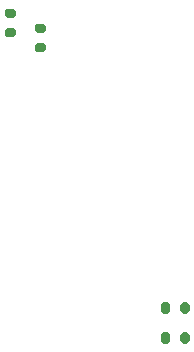
<source format=gtp>
G04 #@! TF.GenerationSoftware,KiCad,Pcbnew,(5.1.10)-1*
G04 #@! TF.CreationDate,2022-02-18T16:50:56-06:00*
G04 #@! TF.ProjectId,MainBoard,4d61696e-426f-4617-9264-2e6b69636164,rev?*
G04 #@! TF.SameCoordinates,Original*
G04 #@! TF.FileFunction,Paste,Top*
G04 #@! TF.FilePolarity,Positive*
%FSLAX46Y46*%
G04 Gerber Fmt 4.6, Leading zero omitted, Abs format (unit mm)*
G04 Created by KiCad (PCBNEW (5.1.10)-1) date 2022-02-18 16:50:56*
%MOMM*%
%LPD*%
G01*
G04 APERTURE LIST*
G04 APERTURE END LIST*
G36*
G01*
X57995000Y-63225000D02*
X57995000Y-63775000D01*
G75*
G02*
X57795000Y-63975000I-200000J0D01*
G01*
X57395000Y-63975000D01*
G75*
G02*
X57195000Y-63775000I0J200000D01*
G01*
X57195000Y-63225000D01*
G75*
G02*
X57395000Y-63025000I200000J0D01*
G01*
X57795000Y-63025000D01*
G75*
G02*
X57995000Y-63225000I0J-200000D01*
G01*
G37*
G36*
G01*
X59645000Y-63225000D02*
X59645000Y-63775000D01*
G75*
G02*
X59445000Y-63975000I-200000J0D01*
G01*
X59045000Y-63975000D01*
G75*
G02*
X58845000Y-63775000I0J200000D01*
G01*
X58845000Y-63225000D01*
G75*
G02*
X59045000Y-63025000I200000J0D01*
G01*
X59445000Y-63025000D01*
G75*
G02*
X59645000Y-63225000I0J-200000D01*
G01*
G37*
G36*
G01*
X58845000Y-61235000D02*
X58845000Y-60685000D01*
G75*
G02*
X59045000Y-60485000I200000J0D01*
G01*
X59445000Y-60485000D01*
G75*
G02*
X59645000Y-60685000I0J-200000D01*
G01*
X59645000Y-61235000D01*
G75*
G02*
X59445000Y-61435000I-200000J0D01*
G01*
X59045000Y-61435000D01*
G75*
G02*
X58845000Y-61235000I0J200000D01*
G01*
G37*
G36*
G01*
X57195000Y-61235000D02*
X57195000Y-60685000D01*
G75*
G02*
X57395000Y-60485000I200000J0D01*
G01*
X57795000Y-60485000D01*
G75*
G02*
X57995000Y-60685000I0J-200000D01*
G01*
X57995000Y-61235000D01*
G75*
G02*
X57795000Y-61435000I-200000J0D01*
G01*
X57395000Y-61435000D01*
G75*
G02*
X57195000Y-61235000I0J200000D01*
G01*
G37*
G36*
G01*
X44725000Y-36405000D02*
X44175000Y-36405000D01*
G75*
G02*
X43975000Y-36205000I0J200000D01*
G01*
X43975000Y-35805000D01*
G75*
G02*
X44175000Y-35605000I200000J0D01*
G01*
X44725000Y-35605000D01*
G75*
G02*
X44925000Y-35805000I0J-200000D01*
G01*
X44925000Y-36205000D01*
G75*
G02*
X44725000Y-36405000I-200000J0D01*
G01*
G37*
G36*
G01*
X44725000Y-38055000D02*
X44175000Y-38055000D01*
G75*
G02*
X43975000Y-37855000I0J200000D01*
G01*
X43975000Y-37455000D01*
G75*
G02*
X44175000Y-37255000I200000J0D01*
G01*
X44725000Y-37255000D01*
G75*
G02*
X44925000Y-37455000I0J-200000D01*
G01*
X44925000Y-37855000D01*
G75*
G02*
X44725000Y-38055000I-200000J0D01*
G01*
G37*
G36*
G01*
X47265000Y-37675000D02*
X46715000Y-37675000D01*
G75*
G02*
X46515000Y-37475000I0J200000D01*
G01*
X46515000Y-37075000D01*
G75*
G02*
X46715000Y-36875000I200000J0D01*
G01*
X47265000Y-36875000D01*
G75*
G02*
X47465000Y-37075000I0J-200000D01*
G01*
X47465000Y-37475000D01*
G75*
G02*
X47265000Y-37675000I-200000J0D01*
G01*
G37*
G36*
G01*
X47265000Y-39325000D02*
X46715000Y-39325000D01*
G75*
G02*
X46515000Y-39125000I0J200000D01*
G01*
X46515000Y-38725000D01*
G75*
G02*
X46715000Y-38525000I200000J0D01*
G01*
X47265000Y-38525000D01*
G75*
G02*
X47465000Y-38725000I0J-200000D01*
G01*
X47465000Y-39125000D01*
G75*
G02*
X47265000Y-39325000I-200000J0D01*
G01*
G37*
M02*

</source>
